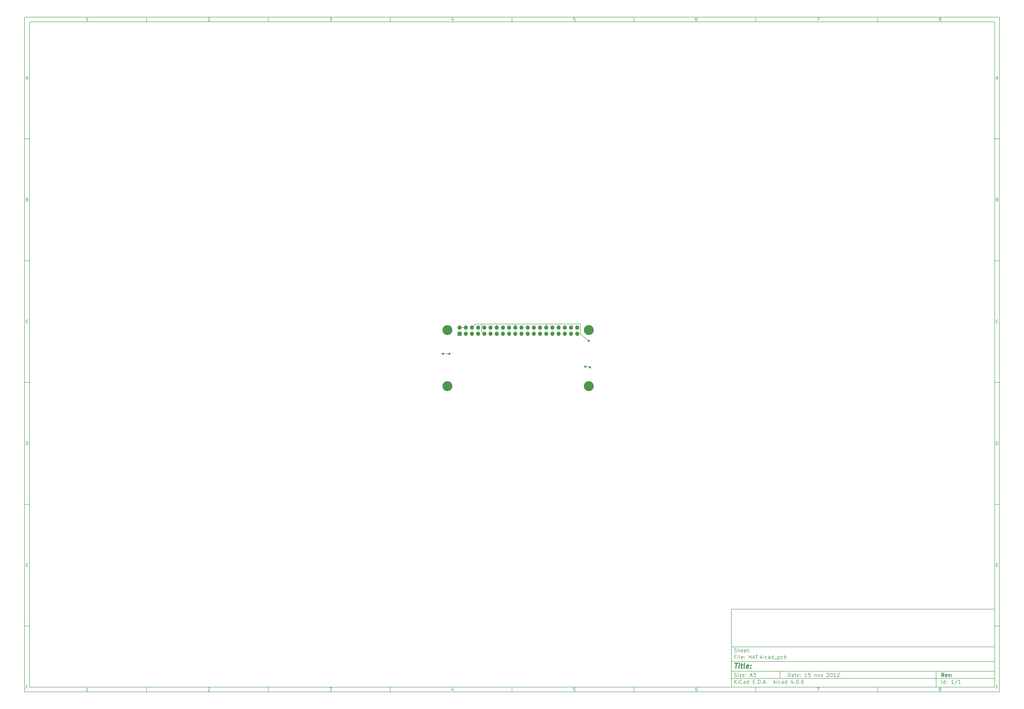
<source format=gbl>
G04 #@! TF.FileFunction,Copper,L2,Bot,Signal*
%FSLAX46Y46*%
G04 Gerber Fmt 4.6, Leading zero omitted, Abs format (unit mm)*
G04 Created by KiCad (PCBNEW 4.0.6) date 06/14/17 18:43:13*
%MOMM*%
%LPD*%
G01*
G04 APERTURE LIST*
%ADD10C,0.150000*%
%ADD11C,0.300000*%
%ADD12C,0.400000*%
%ADD13R,1.700000X1.700000*%
%ADD14O,1.700000X1.700000*%
%ADD15C,4.064000*%
%ADD16C,0.900000*%
%ADD17C,0.200000*%
G04 APERTURE END LIST*
D10*
X299989000Y-253002200D02*
X299989000Y-285002200D01*
X407989000Y-285002200D01*
X407989000Y-253002200D01*
X299989000Y-253002200D01*
X10000000Y-10000000D02*
X10000000Y-287002200D01*
X409989000Y-287002200D01*
X409989000Y-10000000D01*
X10000000Y-10000000D01*
X12000000Y-12000000D02*
X12000000Y-285002200D01*
X407989000Y-285002200D01*
X407989000Y-12000000D01*
X12000000Y-12000000D01*
X60000000Y-12000000D02*
X60000000Y-10000000D01*
X110000000Y-12000000D02*
X110000000Y-10000000D01*
X160000000Y-12000000D02*
X160000000Y-10000000D01*
X210000000Y-12000000D02*
X210000000Y-10000000D01*
X260000000Y-12000000D02*
X260000000Y-10000000D01*
X310000000Y-12000000D02*
X310000000Y-10000000D01*
X360000000Y-12000000D02*
X360000000Y-10000000D01*
X35990476Y-11588095D02*
X35247619Y-11588095D01*
X35619048Y-11588095D02*
X35619048Y-10288095D01*
X35495238Y-10473810D01*
X35371429Y-10597619D01*
X35247619Y-10659524D01*
X85247619Y-10411905D02*
X85309524Y-10350000D01*
X85433333Y-10288095D01*
X85742857Y-10288095D01*
X85866667Y-10350000D01*
X85928571Y-10411905D01*
X85990476Y-10535714D01*
X85990476Y-10659524D01*
X85928571Y-10845238D01*
X85185714Y-11588095D01*
X85990476Y-11588095D01*
X135185714Y-10288095D02*
X135990476Y-10288095D01*
X135557143Y-10783333D01*
X135742857Y-10783333D01*
X135866667Y-10845238D01*
X135928571Y-10907143D01*
X135990476Y-11030952D01*
X135990476Y-11340476D01*
X135928571Y-11464286D01*
X135866667Y-11526190D01*
X135742857Y-11588095D01*
X135371429Y-11588095D01*
X135247619Y-11526190D01*
X135185714Y-11464286D01*
X185866667Y-10721429D02*
X185866667Y-11588095D01*
X185557143Y-10226190D02*
X185247619Y-11154762D01*
X186052381Y-11154762D01*
X235928571Y-10288095D02*
X235309524Y-10288095D01*
X235247619Y-10907143D01*
X235309524Y-10845238D01*
X235433333Y-10783333D01*
X235742857Y-10783333D01*
X235866667Y-10845238D01*
X235928571Y-10907143D01*
X235990476Y-11030952D01*
X235990476Y-11340476D01*
X235928571Y-11464286D01*
X235866667Y-11526190D01*
X235742857Y-11588095D01*
X235433333Y-11588095D01*
X235309524Y-11526190D01*
X235247619Y-11464286D01*
X285866667Y-10288095D02*
X285619048Y-10288095D01*
X285495238Y-10350000D01*
X285433333Y-10411905D01*
X285309524Y-10597619D01*
X285247619Y-10845238D01*
X285247619Y-11340476D01*
X285309524Y-11464286D01*
X285371429Y-11526190D01*
X285495238Y-11588095D01*
X285742857Y-11588095D01*
X285866667Y-11526190D01*
X285928571Y-11464286D01*
X285990476Y-11340476D01*
X285990476Y-11030952D01*
X285928571Y-10907143D01*
X285866667Y-10845238D01*
X285742857Y-10783333D01*
X285495238Y-10783333D01*
X285371429Y-10845238D01*
X285309524Y-10907143D01*
X285247619Y-11030952D01*
X335185714Y-10288095D02*
X336052381Y-10288095D01*
X335495238Y-11588095D01*
X385495238Y-10845238D02*
X385371429Y-10783333D01*
X385309524Y-10721429D01*
X385247619Y-10597619D01*
X385247619Y-10535714D01*
X385309524Y-10411905D01*
X385371429Y-10350000D01*
X385495238Y-10288095D01*
X385742857Y-10288095D01*
X385866667Y-10350000D01*
X385928571Y-10411905D01*
X385990476Y-10535714D01*
X385990476Y-10597619D01*
X385928571Y-10721429D01*
X385866667Y-10783333D01*
X385742857Y-10845238D01*
X385495238Y-10845238D01*
X385371429Y-10907143D01*
X385309524Y-10969048D01*
X385247619Y-11092857D01*
X385247619Y-11340476D01*
X385309524Y-11464286D01*
X385371429Y-11526190D01*
X385495238Y-11588095D01*
X385742857Y-11588095D01*
X385866667Y-11526190D01*
X385928571Y-11464286D01*
X385990476Y-11340476D01*
X385990476Y-11092857D01*
X385928571Y-10969048D01*
X385866667Y-10907143D01*
X385742857Y-10845238D01*
X60000000Y-285002200D02*
X60000000Y-287002200D01*
X110000000Y-285002200D02*
X110000000Y-287002200D01*
X160000000Y-285002200D02*
X160000000Y-287002200D01*
X210000000Y-285002200D02*
X210000000Y-287002200D01*
X260000000Y-285002200D02*
X260000000Y-287002200D01*
X310000000Y-285002200D02*
X310000000Y-287002200D01*
X360000000Y-285002200D02*
X360000000Y-287002200D01*
X35990476Y-286590295D02*
X35247619Y-286590295D01*
X35619048Y-286590295D02*
X35619048Y-285290295D01*
X35495238Y-285476010D01*
X35371429Y-285599819D01*
X35247619Y-285661724D01*
X85247619Y-285414105D02*
X85309524Y-285352200D01*
X85433333Y-285290295D01*
X85742857Y-285290295D01*
X85866667Y-285352200D01*
X85928571Y-285414105D01*
X85990476Y-285537914D01*
X85990476Y-285661724D01*
X85928571Y-285847438D01*
X85185714Y-286590295D01*
X85990476Y-286590295D01*
X135185714Y-285290295D02*
X135990476Y-285290295D01*
X135557143Y-285785533D01*
X135742857Y-285785533D01*
X135866667Y-285847438D01*
X135928571Y-285909343D01*
X135990476Y-286033152D01*
X135990476Y-286342676D01*
X135928571Y-286466486D01*
X135866667Y-286528390D01*
X135742857Y-286590295D01*
X135371429Y-286590295D01*
X135247619Y-286528390D01*
X135185714Y-286466486D01*
X185866667Y-285723629D02*
X185866667Y-286590295D01*
X185557143Y-285228390D02*
X185247619Y-286156962D01*
X186052381Y-286156962D01*
X235928571Y-285290295D02*
X235309524Y-285290295D01*
X235247619Y-285909343D01*
X235309524Y-285847438D01*
X235433333Y-285785533D01*
X235742857Y-285785533D01*
X235866667Y-285847438D01*
X235928571Y-285909343D01*
X235990476Y-286033152D01*
X235990476Y-286342676D01*
X235928571Y-286466486D01*
X235866667Y-286528390D01*
X235742857Y-286590295D01*
X235433333Y-286590295D01*
X235309524Y-286528390D01*
X235247619Y-286466486D01*
X285866667Y-285290295D02*
X285619048Y-285290295D01*
X285495238Y-285352200D01*
X285433333Y-285414105D01*
X285309524Y-285599819D01*
X285247619Y-285847438D01*
X285247619Y-286342676D01*
X285309524Y-286466486D01*
X285371429Y-286528390D01*
X285495238Y-286590295D01*
X285742857Y-286590295D01*
X285866667Y-286528390D01*
X285928571Y-286466486D01*
X285990476Y-286342676D01*
X285990476Y-286033152D01*
X285928571Y-285909343D01*
X285866667Y-285847438D01*
X285742857Y-285785533D01*
X285495238Y-285785533D01*
X285371429Y-285847438D01*
X285309524Y-285909343D01*
X285247619Y-286033152D01*
X335185714Y-285290295D02*
X336052381Y-285290295D01*
X335495238Y-286590295D01*
X385495238Y-285847438D02*
X385371429Y-285785533D01*
X385309524Y-285723629D01*
X385247619Y-285599819D01*
X385247619Y-285537914D01*
X385309524Y-285414105D01*
X385371429Y-285352200D01*
X385495238Y-285290295D01*
X385742857Y-285290295D01*
X385866667Y-285352200D01*
X385928571Y-285414105D01*
X385990476Y-285537914D01*
X385990476Y-285599819D01*
X385928571Y-285723629D01*
X385866667Y-285785533D01*
X385742857Y-285847438D01*
X385495238Y-285847438D01*
X385371429Y-285909343D01*
X385309524Y-285971248D01*
X385247619Y-286095057D01*
X385247619Y-286342676D01*
X385309524Y-286466486D01*
X385371429Y-286528390D01*
X385495238Y-286590295D01*
X385742857Y-286590295D01*
X385866667Y-286528390D01*
X385928571Y-286466486D01*
X385990476Y-286342676D01*
X385990476Y-286095057D01*
X385928571Y-285971248D01*
X385866667Y-285909343D01*
X385742857Y-285847438D01*
X10000000Y-60000000D02*
X12000000Y-60000000D01*
X10000000Y-110000000D02*
X12000000Y-110000000D01*
X10000000Y-160000000D02*
X12000000Y-160000000D01*
X10000000Y-210000000D02*
X12000000Y-210000000D01*
X10000000Y-260000000D02*
X12000000Y-260000000D01*
X10690476Y-35216667D02*
X11309524Y-35216667D01*
X10566667Y-35588095D02*
X11000000Y-34288095D01*
X11433333Y-35588095D01*
X11092857Y-84907143D02*
X11278571Y-84969048D01*
X11340476Y-85030952D01*
X11402381Y-85154762D01*
X11402381Y-85340476D01*
X11340476Y-85464286D01*
X11278571Y-85526190D01*
X11154762Y-85588095D01*
X10659524Y-85588095D01*
X10659524Y-84288095D01*
X11092857Y-84288095D01*
X11216667Y-84350000D01*
X11278571Y-84411905D01*
X11340476Y-84535714D01*
X11340476Y-84659524D01*
X11278571Y-84783333D01*
X11216667Y-84845238D01*
X11092857Y-84907143D01*
X10659524Y-84907143D01*
X11402381Y-135464286D02*
X11340476Y-135526190D01*
X11154762Y-135588095D01*
X11030952Y-135588095D01*
X10845238Y-135526190D01*
X10721429Y-135402381D01*
X10659524Y-135278571D01*
X10597619Y-135030952D01*
X10597619Y-134845238D01*
X10659524Y-134597619D01*
X10721429Y-134473810D01*
X10845238Y-134350000D01*
X11030952Y-134288095D01*
X11154762Y-134288095D01*
X11340476Y-134350000D01*
X11402381Y-134411905D01*
X10659524Y-185588095D02*
X10659524Y-184288095D01*
X10969048Y-184288095D01*
X11154762Y-184350000D01*
X11278571Y-184473810D01*
X11340476Y-184597619D01*
X11402381Y-184845238D01*
X11402381Y-185030952D01*
X11340476Y-185278571D01*
X11278571Y-185402381D01*
X11154762Y-185526190D01*
X10969048Y-185588095D01*
X10659524Y-185588095D01*
X10721429Y-234907143D02*
X11154762Y-234907143D01*
X11340476Y-235588095D02*
X10721429Y-235588095D01*
X10721429Y-234288095D01*
X11340476Y-234288095D01*
X11185714Y-284907143D02*
X10752381Y-284907143D01*
X10752381Y-285588095D02*
X10752381Y-284288095D01*
X11371428Y-284288095D01*
X409989000Y-60000000D02*
X407989000Y-60000000D01*
X409989000Y-110000000D02*
X407989000Y-110000000D01*
X409989000Y-160000000D02*
X407989000Y-160000000D01*
X409989000Y-210000000D02*
X407989000Y-210000000D01*
X409989000Y-260000000D02*
X407989000Y-260000000D01*
X408679476Y-35216667D02*
X409298524Y-35216667D01*
X408555667Y-35588095D02*
X408989000Y-34288095D01*
X409422333Y-35588095D01*
X409081857Y-84907143D02*
X409267571Y-84969048D01*
X409329476Y-85030952D01*
X409391381Y-85154762D01*
X409391381Y-85340476D01*
X409329476Y-85464286D01*
X409267571Y-85526190D01*
X409143762Y-85588095D01*
X408648524Y-85588095D01*
X408648524Y-84288095D01*
X409081857Y-84288095D01*
X409205667Y-84350000D01*
X409267571Y-84411905D01*
X409329476Y-84535714D01*
X409329476Y-84659524D01*
X409267571Y-84783333D01*
X409205667Y-84845238D01*
X409081857Y-84907143D01*
X408648524Y-84907143D01*
X409391381Y-135464286D02*
X409329476Y-135526190D01*
X409143762Y-135588095D01*
X409019952Y-135588095D01*
X408834238Y-135526190D01*
X408710429Y-135402381D01*
X408648524Y-135278571D01*
X408586619Y-135030952D01*
X408586619Y-134845238D01*
X408648524Y-134597619D01*
X408710429Y-134473810D01*
X408834238Y-134350000D01*
X409019952Y-134288095D01*
X409143762Y-134288095D01*
X409329476Y-134350000D01*
X409391381Y-134411905D01*
X408648524Y-185588095D02*
X408648524Y-184288095D01*
X408958048Y-184288095D01*
X409143762Y-184350000D01*
X409267571Y-184473810D01*
X409329476Y-184597619D01*
X409391381Y-184845238D01*
X409391381Y-185030952D01*
X409329476Y-185278571D01*
X409267571Y-185402381D01*
X409143762Y-185526190D01*
X408958048Y-185588095D01*
X408648524Y-185588095D01*
X408710429Y-234907143D02*
X409143762Y-234907143D01*
X409329476Y-235588095D02*
X408710429Y-235588095D01*
X408710429Y-234288095D01*
X409329476Y-234288095D01*
X409174714Y-284907143D02*
X408741381Y-284907143D01*
X408741381Y-285588095D02*
X408741381Y-284288095D01*
X409360428Y-284288095D01*
X323346143Y-280780771D02*
X323346143Y-279280771D01*
X323703286Y-279280771D01*
X323917571Y-279352200D01*
X324060429Y-279495057D01*
X324131857Y-279637914D01*
X324203286Y-279923629D01*
X324203286Y-280137914D01*
X324131857Y-280423629D01*
X324060429Y-280566486D01*
X323917571Y-280709343D01*
X323703286Y-280780771D01*
X323346143Y-280780771D01*
X325489000Y-280780771D02*
X325489000Y-279995057D01*
X325417571Y-279852200D01*
X325274714Y-279780771D01*
X324989000Y-279780771D01*
X324846143Y-279852200D01*
X325489000Y-280709343D02*
X325346143Y-280780771D01*
X324989000Y-280780771D01*
X324846143Y-280709343D01*
X324774714Y-280566486D01*
X324774714Y-280423629D01*
X324846143Y-280280771D01*
X324989000Y-280209343D01*
X325346143Y-280209343D01*
X325489000Y-280137914D01*
X325989000Y-279780771D02*
X326560429Y-279780771D01*
X326203286Y-279280771D02*
X326203286Y-280566486D01*
X326274714Y-280709343D01*
X326417572Y-280780771D01*
X326560429Y-280780771D01*
X327631857Y-280709343D02*
X327489000Y-280780771D01*
X327203286Y-280780771D01*
X327060429Y-280709343D01*
X326989000Y-280566486D01*
X326989000Y-279995057D01*
X327060429Y-279852200D01*
X327203286Y-279780771D01*
X327489000Y-279780771D01*
X327631857Y-279852200D01*
X327703286Y-279995057D01*
X327703286Y-280137914D01*
X326989000Y-280280771D01*
X328346143Y-280637914D02*
X328417571Y-280709343D01*
X328346143Y-280780771D01*
X328274714Y-280709343D01*
X328346143Y-280637914D01*
X328346143Y-280780771D01*
X328346143Y-279852200D02*
X328417571Y-279923629D01*
X328346143Y-279995057D01*
X328274714Y-279923629D01*
X328346143Y-279852200D01*
X328346143Y-279995057D01*
X330989000Y-280780771D02*
X330131857Y-280780771D01*
X330560429Y-280780771D02*
X330560429Y-279280771D01*
X330417572Y-279495057D01*
X330274714Y-279637914D01*
X330131857Y-279709343D01*
X332346143Y-279280771D02*
X331631857Y-279280771D01*
X331560428Y-279995057D01*
X331631857Y-279923629D01*
X331774714Y-279852200D01*
X332131857Y-279852200D01*
X332274714Y-279923629D01*
X332346143Y-279995057D01*
X332417571Y-280137914D01*
X332417571Y-280495057D01*
X332346143Y-280637914D01*
X332274714Y-280709343D01*
X332131857Y-280780771D01*
X331774714Y-280780771D01*
X331631857Y-280709343D01*
X331560428Y-280637914D01*
X334203285Y-279780771D02*
X334203285Y-280780771D01*
X334203285Y-279923629D02*
X334274713Y-279852200D01*
X334417571Y-279780771D01*
X334631856Y-279780771D01*
X334774713Y-279852200D01*
X334846142Y-279995057D01*
X334846142Y-280780771D01*
X335774714Y-280780771D02*
X335631856Y-280709343D01*
X335560428Y-280637914D01*
X335488999Y-280495057D01*
X335488999Y-280066486D01*
X335560428Y-279923629D01*
X335631856Y-279852200D01*
X335774714Y-279780771D01*
X335988999Y-279780771D01*
X336131856Y-279852200D01*
X336203285Y-279923629D01*
X336274714Y-280066486D01*
X336274714Y-280495057D01*
X336203285Y-280637914D01*
X336131856Y-280709343D01*
X335988999Y-280780771D01*
X335774714Y-280780771D01*
X336774714Y-279780771D02*
X337131857Y-280780771D01*
X337488999Y-279780771D01*
X339131856Y-279423629D02*
X339203285Y-279352200D01*
X339346142Y-279280771D01*
X339703285Y-279280771D01*
X339846142Y-279352200D01*
X339917571Y-279423629D01*
X339988999Y-279566486D01*
X339988999Y-279709343D01*
X339917571Y-279923629D01*
X339060428Y-280780771D01*
X339988999Y-280780771D01*
X340917570Y-279280771D02*
X341060427Y-279280771D01*
X341203284Y-279352200D01*
X341274713Y-279423629D01*
X341346142Y-279566486D01*
X341417570Y-279852200D01*
X341417570Y-280209343D01*
X341346142Y-280495057D01*
X341274713Y-280637914D01*
X341203284Y-280709343D01*
X341060427Y-280780771D01*
X340917570Y-280780771D01*
X340774713Y-280709343D01*
X340703284Y-280637914D01*
X340631856Y-280495057D01*
X340560427Y-280209343D01*
X340560427Y-279852200D01*
X340631856Y-279566486D01*
X340703284Y-279423629D01*
X340774713Y-279352200D01*
X340917570Y-279280771D01*
X342846141Y-280780771D02*
X341988998Y-280780771D01*
X342417570Y-280780771D02*
X342417570Y-279280771D01*
X342274713Y-279495057D01*
X342131855Y-279637914D01*
X341988998Y-279709343D01*
X343417569Y-279423629D02*
X343488998Y-279352200D01*
X343631855Y-279280771D01*
X343988998Y-279280771D01*
X344131855Y-279352200D01*
X344203284Y-279423629D01*
X344274712Y-279566486D01*
X344274712Y-279709343D01*
X344203284Y-279923629D01*
X343346141Y-280780771D01*
X344274712Y-280780771D01*
X299989000Y-281502200D02*
X407989000Y-281502200D01*
X301346143Y-283580771D02*
X301346143Y-282080771D01*
X302203286Y-283580771D02*
X301560429Y-282723629D01*
X302203286Y-282080771D02*
X301346143Y-282937914D01*
X302846143Y-283580771D02*
X302846143Y-282580771D01*
X302846143Y-282080771D02*
X302774714Y-282152200D01*
X302846143Y-282223629D01*
X302917571Y-282152200D01*
X302846143Y-282080771D01*
X302846143Y-282223629D01*
X304417572Y-283437914D02*
X304346143Y-283509343D01*
X304131857Y-283580771D01*
X303989000Y-283580771D01*
X303774715Y-283509343D01*
X303631857Y-283366486D01*
X303560429Y-283223629D01*
X303489000Y-282937914D01*
X303489000Y-282723629D01*
X303560429Y-282437914D01*
X303631857Y-282295057D01*
X303774715Y-282152200D01*
X303989000Y-282080771D01*
X304131857Y-282080771D01*
X304346143Y-282152200D01*
X304417572Y-282223629D01*
X305703286Y-283580771D02*
X305703286Y-282795057D01*
X305631857Y-282652200D01*
X305489000Y-282580771D01*
X305203286Y-282580771D01*
X305060429Y-282652200D01*
X305703286Y-283509343D02*
X305560429Y-283580771D01*
X305203286Y-283580771D01*
X305060429Y-283509343D01*
X304989000Y-283366486D01*
X304989000Y-283223629D01*
X305060429Y-283080771D01*
X305203286Y-283009343D01*
X305560429Y-283009343D01*
X305703286Y-282937914D01*
X307060429Y-283580771D02*
X307060429Y-282080771D01*
X307060429Y-283509343D02*
X306917572Y-283580771D01*
X306631858Y-283580771D01*
X306489000Y-283509343D01*
X306417572Y-283437914D01*
X306346143Y-283295057D01*
X306346143Y-282866486D01*
X306417572Y-282723629D01*
X306489000Y-282652200D01*
X306631858Y-282580771D01*
X306917572Y-282580771D01*
X307060429Y-282652200D01*
X308917572Y-282795057D02*
X309417572Y-282795057D01*
X309631858Y-283580771D02*
X308917572Y-283580771D01*
X308917572Y-282080771D01*
X309631858Y-282080771D01*
X310274715Y-283437914D02*
X310346143Y-283509343D01*
X310274715Y-283580771D01*
X310203286Y-283509343D01*
X310274715Y-283437914D01*
X310274715Y-283580771D01*
X310989001Y-283580771D02*
X310989001Y-282080771D01*
X311346144Y-282080771D01*
X311560429Y-282152200D01*
X311703287Y-282295057D01*
X311774715Y-282437914D01*
X311846144Y-282723629D01*
X311846144Y-282937914D01*
X311774715Y-283223629D01*
X311703287Y-283366486D01*
X311560429Y-283509343D01*
X311346144Y-283580771D01*
X310989001Y-283580771D01*
X312489001Y-283437914D02*
X312560429Y-283509343D01*
X312489001Y-283580771D01*
X312417572Y-283509343D01*
X312489001Y-283437914D01*
X312489001Y-283580771D01*
X313131858Y-283152200D02*
X313846144Y-283152200D01*
X312989001Y-283580771D02*
X313489001Y-282080771D01*
X313989001Y-283580771D01*
X314489001Y-283437914D02*
X314560429Y-283509343D01*
X314489001Y-283580771D01*
X314417572Y-283509343D01*
X314489001Y-283437914D01*
X314489001Y-283580771D01*
X317489001Y-283580771D02*
X317489001Y-282080771D01*
X317631858Y-283009343D02*
X318060429Y-283580771D01*
X318060429Y-282580771D02*
X317489001Y-283152200D01*
X318703287Y-283580771D02*
X318703287Y-282580771D01*
X318703287Y-282080771D02*
X318631858Y-282152200D01*
X318703287Y-282223629D01*
X318774715Y-282152200D01*
X318703287Y-282080771D01*
X318703287Y-282223629D01*
X320060430Y-283509343D02*
X319917573Y-283580771D01*
X319631859Y-283580771D01*
X319489001Y-283509343D01*
X319417573Y-283437914D01*
X319346144Y-283295057D01*
X319346144Y-282866486D01*
X319417573Y-282723629D01*
X319489001Y-282652200D01*
X319631859Y-282580771D01*
X319917573Y-282580771D01*
X320060430Y-282652200D01*
X321346144Y-283580771D02*
X321346144Y-282795057D01*
X321274715Y-282652200D01*
X321131858Y-282580771D01*
X320846144Y-282580771D01*
X320703287Y-282652200D01*
X321346144Y-283509343D02*
X321203287Y-283580771D01*
X320846144Y-283580771D01*
X320703287Y-283509343D01*
X320631858Y-283366486D01*
X320631858Y-283223629D01*
X320703287Y-283080771D01*
X320846144Y-283009343D01*
X321203287Y-283009343D01*
X321346144Y-282937914D01*
X322703287Y-283580771D02*
X322703287Y-282080771D01*
X322703287Y-283509343D02*
X322560430Y-283580771D01*
X322274716Y-283580771D01*
X322131858Y-283509343D01*
X322060430Y-283437914D01*
X321989001Y-283295057D01*
X321989001Y-282866486D01*
X322060430Y-282723629D01*
X322131858Y-282652200D01*
X322274716Y-282580771D01*
X322560430Y-282580771D01*
X322703287Y-282652200D01*
X325203287Y-282580771D02*
X325203287Y-283580771D01*
X324846144Y-282009343D02*
X324489001Y-283080771D01*
X325417573Y-283080771D01*
X325989001Y-283437914D02*
X326060429Y-283509343D01*
X325989001Y-283580771D01*
X325917572Y-283509343D01*
X325989001Y-283437914D01*
X325989001Y-283580771D01*
X326989001Y-282080771D02*
X327131858Y-282080771D01*
X327274715Y-282152200D01*
X327346144Y-282223629D01*
X327417573Y-282366486D01*
X327489001Y-282652200D01*
X327489001Y-283009343D01*
X327417573Y-283295057D01*
X327346144Y-283437914D01*
X327274715Y-283509343D01*
X327131858Y-283580771D01*
X326989001Y-283580771D01*
X326846144Y-283509343D01*
X326774715Y-283437914D01*
X326703287Y-283295057D01*
X326631858Y-283009343D01*
X326631858Y-282652200D01*
X326703287Y-282366486D01*
X326774715Y-282223629D01*
X326846144Y-282152200D01*
X326989001Y-282080771D01*
X328131858Y-283437914D02*
X328203286Y-283509343D01*
X328131858Y-283580771D01*
X328060429Y-283509343D01*
X328131858Y-283437914D01*
X328131858Y-283580771D01*
X329489001Y-282080771D02*
X329203287Y-282080771D01*
X329060430Y-282152200D01*
X328989001Y-282223629D01*
X328846144Y-282437914D01*
X328774715Y-282723629D01*
X328774715Y-283295057D01*
X328846144Y-283437914D01*
X328917572Y-283509343D01*
X329060430Y-283580771D01*
X329346144Y-283580771D01*
X329489001Y-283509343D01*
X329560430Y-283437914D01*
X329631858Y-283295057D01*
X329631858Y-282937914D01*
X329560430Y-282795057D01*
X329489001Y-282723629D01*
X329346144Y-282652200D01*
X329060430Y-282652200D01*
X328917572Y-282723629D01*
X328846144Y-282795057D01*
X328774715Y-282937914D01*
X299989000Y-278502200D02*
X407989000Y-278502200D01*
D11*
X387203286Y-280780771D02*
X386703286Y-280066486D01*
X386346143Y-280780771D02*
X386346143Y-279280771D01*
X386917571Y-279280771D01*
X387060429Y-279352200D01*
X387131857Y-279423629D01*
X387203286Y-279566486D01*
X387203286Y-279780771D01*
X387131857Y-279923629D01*
X387060429Y-279995057D01*
X386917571Y-280066486D01*
X386346143Y-280066486D01*
X388417571Y-280709343D02*
X388274714Y-280780771D01*
X387989000Y-280780771D01*
X387846143Y-280709343D01*
X387774714Y-280566486D01*
X387774714Y-279995057D01*
X387846143Y-279852200D01*
X387989000Y-279780771D01*
X388274714Y-279780771D01*
X388417571Y-279852200D01*
X388489000Y-279995057D01*
X388489000Y-280137914D01*
X387774714Y-280280771D01*
X388989000Y-279780771D02*
X389346143Y-280780771D01*
X389703285Y-279780771D01*
X390274714Y-280637914D02*
X390346142Y-280709343D01*
X390274714Y-280780771D01*
X390203285Y-280709343D01*
X390274714Y-280637914D01*
X390274714Y-280780771D01*
X390274714Y-279852200D02*
X390346142Y-279923629D01*
X390274714Y-279995057D01*
X390203285Y-279923629D01*
X390274714Y-279852200D01*
X390274714Y-279995057D01*
D10*
X301274714Y-280709343D02*
X301489000Y-280780771D01*
X301846143Y-280780771D01*
X301989000Y-280709343D01*
X302060429Y-280637914D01*
X302131857Y-280495057D01*
X302131857Y-280352200D01*
X302060429Y-280209343D01*
X301989000Y-280137914D01*
X301846143Y-280066486D01*
X301560429Y-279995057D01*
X301417571Y-279923629D01*
X301346143Y-279852200D01*
X301274714Y-279709343D01*
X301274714Y-279566486D01*
X301346143Y-279423629D01*
X301417571Y-279352200D01*
X301560429Y-279280771D01*
X301917571Y-279280771D01*
X302131857Y-279352200D01*
X302774714Y-280780771D02*
X302774714Y-279780771D01*
X302774714Y-279280771D02*
X302703285Y-279352200D01*
X302774714Y-279423629D01*
X302846142Y-279352200D01*
X302774714Y-279280771D01*
X302774714Y-279423629D01*
X303346143Y-279780771D02*
X304131857Y-279780771D01*
X303346143Y-280780771D01*
X304131857Y-280780771D01*
X305274714Y-280709343D02*
X305131857Y-280780771D01*
X304846143Y-280780771D01*
X304703286Y-280709343D01*
X304631857Y-280566486D01*
X304631857Y-279995057D01*
X304703286Y-279852200D01*
X304846143Y-279780771D01*
X305131857Y-279780771D01*
X305274714Y-279852200D01*
X305346143Y-279995057D01*
X305346143Y-280137914D01*
X304631857Y-280280771D01*
X305989000Y-280637914D02*
X306060428Y-280709343D01*
X305989000Y-280780771D01*
X305917571Y-280709343D01*
X305989000Y-280637914D01*
X305989000Y-280780771D01*
X305989000Y-279852200D02*
X306060428Y-279923629D01*
X305989000Y-279995057D01*
X305917571Y-279923629D01*
X305989000Y-279852200D01*
X305989000Y-279995057D01*
X307774714Y-280352200D02*
X308489000Y-280352200D01*
X307631857Y-280780771D02*
X308131857Y-279280771D01*
X308631857Y-280780771D01*
X308989000Y-279280771D02*
X309917571Y-279280771D01*
X309417571Y-279852200D01*
X309631857Y-279852200D01*
X309774714Y-279923629D01*
X309846143Y-279995057D01*
X309917571Y-280137914D01*
X309917571Y-280495057D01*
X309846143Y-280637914D01*
X309774714Y-280709343D01*
X309631857Y-280780771D01*
X309203285Y-280780771D01*
X309060428Y-280709343D01*
X308989000Y-280637914D01*
X386346143Y-283580771D02*
X386346143Y-282080771D01*
X387703286Y-283580771D02*
X387703286Y-282080771D01*
X387703286Y-283509343D02*
X387560429Y-283580771D01*
X387274715Y-283580771D01*
X387131857Y-283509343D01*
X387060429Y-283437914D01*
X386989000Y-283295057D01*
X386989000Y-282866486D01*
X387060429Y-282723629D01*
X387131857Y-282652200D01*
X387274715Y-282580771D01*
X387560429Y-282580771D01*
X387703286Y-282652200D01*
X388417572Y-283437914D02*
X388489000Y-283509343D01*
X388417572Y-283580771D01*
X388346143Y-283509343D01*
X388417572Y-283437914D01*
X388417572Y-283580771D01*
X388417572Y-282652200D02*
X388489000Y-282723629D01*
X388417572Y-282795057D01*
X388346143Y-282723629D01*
X388417572Y-282652200D01*
X388417572Y-282795057D01*
X391060429Y-283580771D02*
X390203286Y-283580771D01*
X390631858Y-283580771D02*
X390631858Y-282080771D01*
X390489001Y-282295057D01*
X390346143Y-282437914D01*
X390203286Y-282509343D01*
X392774714Y-282009343D02*
X391489000Y-283937914D01*
X394060429Y-283580771D02*
X393203286Y-283580771D01*
X393631858Y-283580771D02*
X393631858Y-282080771D01*
X393489001Y-282295057D01*
X393346143Y-282437914D01*
X393203286Y-282509343D01*
X299989000Y-274502200D02*
X407989000Y-274502200D01*
D12*
X301441381Y-275206962D02*
X302584238Y-275206962D01*
X301762810Y-277206962D02*
X302012810Y-275206962D01*
X303000905Y-277206962D02*
X303167571Y-275873629D01*
X303250905Y-275206962D02*
X303143762Y-275302200D01*
X303227095Y-275397438D01*
X303334239Y-275302200D01*
X303250905Y-275206962D01*
X303227095Y-275397438D01*
X303834238Y-275873629D02*
X304596143Y-275873629D01*
X304203286Y-275206962D02*
X303989000Y-276921248D01*
X304060430Y-277111724D01*
X304239001Y-277206962D01*
X304429477Y-277206962D01*
X305381858Y-277206962D02*
X305203287Y-277111724D01*
X305131857Y-276921248D01*
X305346143Y-275206962D01*
X306917572Y-277111724D02*
X306715191Y-277206962D01*
X306334239Y-277206962D01*
X306155667Y-277111724D01*
X306084238Y-276921248D01*
X306179476Y-276159343D01*
X306298524Y-275968867D01*
X306500905Y-275873629D01*
X306881857Y-275873629D01*
X307060429Y-275968867D01*
X307131857Y-276159343D01*
X307108048Y-276349819D01*
X306131857Y-276540295D01*
X307881857Y-277016486D02*
X307965192Y-277111724D01*
X307858048Y-277206962D01*
X307774715Y-277111724D01*
X307881857Y-277016486D01*
X307858048Y-277206962D01*
X308012810Y-275968867D02*
X308096144Y-276064105D01*
X307989000Y-276159343D01*
X307905667Y-276064105D01*
X308012810Y-275968867D01*
X307989000Y-276159343D01*
D10*
X301846143Y-272595057D02*
X301346143Y-272595057D01*
X301346143Y-273380771D02*
X301346143Y-271880771D01*
X302060429Y-271880771D01*
X302631857Y-273380771D02*
X302631857Y-272380771D01*
X302631857Y-271880771D02*
X302560428Y-271952200D01*
X302631857Y-272023629D01*
X302703285Y-271952200D01*
X302631857Y-271880771D01*
X302631857Y-272023629D01*
X303560429Y-273380771D02*
X303417571Y-273309343D01*
X303346143Y-273166486D01*
X303346143Y-271880771D01*
X304703285Y-273309343D02*
X304560428Y-273380771D01*
X304274714Y-273380771D01*
X304131857Y-273309343D01*
X304060428Y-273166486D01*
X304060428Y-272595057D01*
X304131857Y-272452200D01*
X304274714Y-272380771D01*
X304560428Y-272380771D01*
X304703285Y-272452200D01*
X304774714Y-272595057D01*
X304774714Y-272737914D01*
X304060428Y-272880771D01*
X305417571Y-273237914D02*
X305488999Y-273309343D01*
X305417571Y-273380771D01*
X305346142Y-273309343D01*
X305417571Y-273237914D01*
X305417571Y-273380771D01*
X305417571Y-272452200D02*
X305488999Y-272523629D01*
X305417571Y-272595057D01*
X305346142Y-272523629D01*
X305417571Y-272452200D01*
X305417571Y-272595057D01*
X307274714Y-273380771D02*
X307274714Y-271880771D01*
X307274714Y-272595057D02*
X308131857Y-272595057D01*
X308131857Y-273380771D02*
X308131857Y-271880771D01*
X308774714Y-272952200D02*
X309489000Y-272952200D01*
X308631857Y-273380771D02*
X309131857Y-271880771D01*
X309631857Y-273380771D01*
X309917571Y-271880771D02*
X310774714Y-271880771D01*
X310346143Y-273380771D02*
X310346143Y-271880771D01*
X311274714Y-273237914D02*
X311346142Y-273309343D01*
X311274714Y-273380771D01*
X311203285Y-273309343D01*
X311274714Y-273237914D01*
X311274714Y-273380771D01*
X311989000Y-273380771D02*
X311989000Y-271880771D01*
X312131857Y-272809343D02*
X312560428Y-273380771D01*
X312560428Y-272380771D02*
X311989000Y-272952200D01*
X313203286Y-273380771D02*
X313203286Y-272380771D01*
X313203286Y-271880771D02*
X313131857Y-271952200D01*
X313203286Y-272023629D01*
X313274714Y-271952200D01*
X313203286Y-271880771D01*
X313203286Y-272023629D01*
X314560429Y-273309343D02*
X314417572Y-273380771D01*
X314131858Y-273380771D01*
X313989000Y-273309343D01*
X313917572Y-273237914D01*
X313846143Y-273095057D01*
X313846143Y-272666486D01*
X313917572Y-272523629D01*
X313989000Y-272452200D01*
X314131858Y-272380771D01*
X314417572Y-272380771D01*
X314560429Y-272452200D01*
X315846143Y-273380771D02*
X315846143Y-272595057D01*
X315774714Y-272452200D01*
X315631857Y-272380771D01*
X315346143Y-272380771D01*
X315203286Y-272452200D01*
X315846143Y-273309343D02*
X315703286Y-273380771D01*
X315346143Y-273380771D01*
X315203286Y-273309343D01*
X315131857Y-273166486D01*
X315131857Y-273023629D01*
X315203286Y-272880771D01*
X315346143Y-272809343D01*
X315703286Y-272809343D01*
X315846143Y-272737914D01*
X317203286Y-273380771D02*
X317203286Y-271880771D01*
X317203286Y-273309343D02*
X317060429Y-273380771D01*
X316774715Y-273380771D01*
X316631857Y-273309343D01*
X316560429Y-273237914D01*
X316489000Y-273095057D01*
X316489000Y-272666486D01*
X316560429Y-272523629D01*
X316631857Y-272452200D01*
X316774715Y-272380771D01*
X317060429Y-272380771D01*
X317203286Y-272452200D01*
X317560429Y-273523629D02*
X318703286Y-273523629D01*
X319060429Y-272380771D02*
X319060429Y-273880771D01*
X319060429Y-272452200D02*
X319203286Y-272380771D01*
X319489000Y-272380771D01*
X319631857Y-272452200D01*
X319703286Y-272523629D01*
X319774715Y-272666486D01*
X319774715Y-273095057D01*
X319703286Y-273237914D01*
X319631857Y-273309343D01*
X319489000Y-273380771D01*
X319203286Y-273380771D01*
X319060429Y-273309343D01*
X321060429Y-273309343D02*
X320917572Y-273380771D01*
X320631858Y-273380771D01*
X320489000Y-273309343D01*
X320417572Y-273237914D01*
X320346143Y-273095057D01*
X320346143Y-272666486D01*
X320417572Y-272523629D01*
X320489000Y-272452200D01*
X320631858Y-272380771D01*
X320917572Y-272380771D01*
X321060429Y-272452200D01*
X321703286Y-273380771D02*
X321703286Y-271880771D01*
X321703286Y-272452200D02*
X321846143Y-272380771D01*
X322131857Y-272380771D01*
X322274714Y-272452200D01*
X322346143Y-272523629D01*
X322417572Y-272666486D01*
X322417572Y-273095057D01*
X322346143Y-273237914D01*
X322274714Y-273309343D01*
X322131857Y-273380771D01*
X321846143Y-273380771D01*
X321703286Y-273309343D01*
X299989000Y-268502200D02*
X407989000Y-268502200D01*
X301274714Y-270609343D02*
X301489000Y-270680771D01*
X301846143Y-270680771D01*
X301989000Y-270609343D01*
X302060429Y-270537914D01*
X302131857Y-270395057D01*
X302131857Y-270252200D01*
X302060429Y-270109343D01*
X301989000Y-270037914D01*
X301846143Y-269966486D01*
X301560429Y-269895057D01*
X301417571Y-269823629D01*
X301346143Y-269752200D01*
X301274714Y-269609343D01*
X301274714Y-269466486D01*
X301346143Y-269323629D01*
X301417571Y-269252200D01*
X301560429Y-269180771D01*
X301917571Y-269180771D01*
X302131857Y-269252200D01*
X302774714Y-270680771D02*
X302774714Y-269180771D01*
X303417571Y-270680771D02*
X303417571Y-269895057D01*
X303346142Y-269752200D01*
X303203285Y-269680771D01*
X302989000Y-269680771D01*
X302846142Y-269752200D01*
X302774714Y-269823629D01*
X304703285Y-270609343D02*
X304560428Y-270680771D01*
X304274714Y-270680771D01*
X304131857Y-270609343D01*
X304060428Y-270466486D01*
X304060428Y-269895057D01*
X304131857Y-269752200D01*
X304274714Y-269680771D01*
X304560428Y-269680771D01*
X304703285Y-269752200D01*
X304774714Y-269895057D01*
X304774714Y-270037914D01*
X304060428Y-270180771D01*
X305988999Y-270609343D02*
X305846142Y-270680771D01*
X305560428Y-270680771D01*
X305417571Y-270609343D01*
X305346142Y-270466486D01*
X305346142Y-269895057D01*
X305417571Y-269752200D01*
X305560428Y-269680771D01*
X305846142Y-269680771D01*
X305988999Y-269752200D01*
X306060428Y-269895057D01*
X306060428Y-270037914D01*
X305346142Y-270180771D01*
X306488999Y-269680771D02*
X307060428Y-269680771D01*
X306703285Y-269180771D02*
X306703285Y-270466486D01*
X306774713Y-270609343D01*
X306917571Y-270680771D01*
X307060428Y-270680771D01*
X307560428Y-270537914D02*
X307631856Y-270609343D01*
X307560428Y-270680771D01*
X307488999Y-270609343D01*
X307560428Y-270537914D01*
X307560428Y-270680771D01*
X307560428Y-269752200D02*
X307631856Y-269823629D01*
X307560428Y-269895057D01*
X307488999Y-269823629D01*
X307560428Y-269752200D01*
X307560428Y-269895057D01*
X319989000Y-278502200D02*
X319989000Y-281502200D01*
X383989000Y-278502200D02*
X383989000Y-285002200D01*
D13*
X188500000Y-140000000D03*
D14*
X188500000Y-137460000D03*
X191040000Y-140000000D03*
X191040000Y-137460000D03*
X193580000Y-140000000D03*
X193580000Y-137460000D03*
X196120000Y-140000000D03*
X196120000Y-137460000D03*
X198660000Y-140000000D03*
X198660000Y-137460000D03*
X201200000Y-140000000D03*
X201200000Y-137460000D03*
X203740000Y-140000000D03*
X203740000Y-137460000D03*
X206280000Y-140000000D03*
X206280000Y-137460000D03*
X208820000Y-140000000D03*
X208820000Y-137460000D03*
X211360000Y-140000000D03*
X211360000Y-137460000D03*
X213900000Y-140000000D03*
X213900000Y-137460000D03*
X216440000Y-140000000D03*
X216440000Y-137460000D03*
X218980000Y-140000000D03*
X218980000Y-137460000D03*
X221520000Y-140000000D03*
X221520000Y-137460000D03*
X224060000Y-140000000D03*
X224060000Y-137460000D03*
X226600000Y-140000000D03*
X226600000Y-137460000D03*
X229140000Y-140000000D03*
X229140000Y-137460000D03*
X231680000Y-140000000D03*
X231680000Y-137460000D03*
X234220000Y-140000000D03*
X234220000Y-137460000D03*
X236760000Y-140000000D03*
X236760000Y-137460000D03*
D15*
X183500000Y-138500000D03*
X241500000Y-138500000D03*
X241500000Y-161500000D03*
X183500000Y-161500000D03*
D16*
X241500000Y-143000000D03*
X240000000Y-153500000D03*
X242000000Y-153800000D03*
X184300000Y-148200000D03*
X181600000Y-148200000D03*
D17*
X195000000Y-136000000D02*
X193580000Y-137420000D01*
X193580000Y-137460000D02*
X193580000Y-137420000D01*
X197500000Y-139000000D02*
X198500000Y-140000000D01*
X198500000Y-140000000D02*
X198660000Y-140000000D01*
X203740000Y-137460000D02*
X203740000Y-136000000D01*
X203740000Y-136000000D02*
X204000000Y-136000000D01*
X202500000Y-136000000D02*
X204000000Y-136000000D01*
X197500000Y-136000000D02*
X202500000Y-136000000D01*
X204000000Y-136000000D02*
X211500000Y-136000000D01*
X197500000Y-136000000D02*
X197500000Y-136500000D01*
X197500000Y-136500000D02*
X197500000Y-139000000D01*
X197000000Y-136000000D02*
X197500000Y-136000000D01*
X203740000Y-137240000D02*
X203740000Y-137460000D01*
X195000000Y-136000000D02*
X197000000Y-136000000D01*
X211360000Y-137460000D02*
X211360000Y-136000000D01*
X211360000Y-136000000D02*
X211500000Y-136000000D01*
X211500000Y-136000000D02*
X224000000Y-136000000D01*
X224060000Y-137460000D02*
X223768000Y-137460000D01*
X224060000Y-137460000D02*
X224060000Y-136000000D01*
X224060000Y-136000000D02*
X224000000Y-136000000D01*
X229140000Y-136140000D02*
X229140000Y-137460000D01*
X238000000Y-140000000D02*
X241500000Y-143000000D01*
X236760000Y-140000000D02*
X238000000Y-140000000D01*
X238000000Y-136000000D02*
X229000000Y-136000000D01*
X238000000Y-140000000D02*
X238000000Y-136000000D01*
X224000000Y-136000000D02*
X229000000Y-136000000D01*
X229000000Y-136000000D02*
X229140000Y-136140000D01*
X241700000Y-153500000D02*
X240000000Y-153500000D01*
X242000000Y-153800000D02*
X241700000Y-153500000D01*
X188500000Y-137500000D02*
X188500000Y-137460000D01*
X191040000Y-137460000D02*
X188500000Y-137460000D01*
X181600000Y-148200000D02*
X184300000Y-148200000D01*
M02*

</source>
